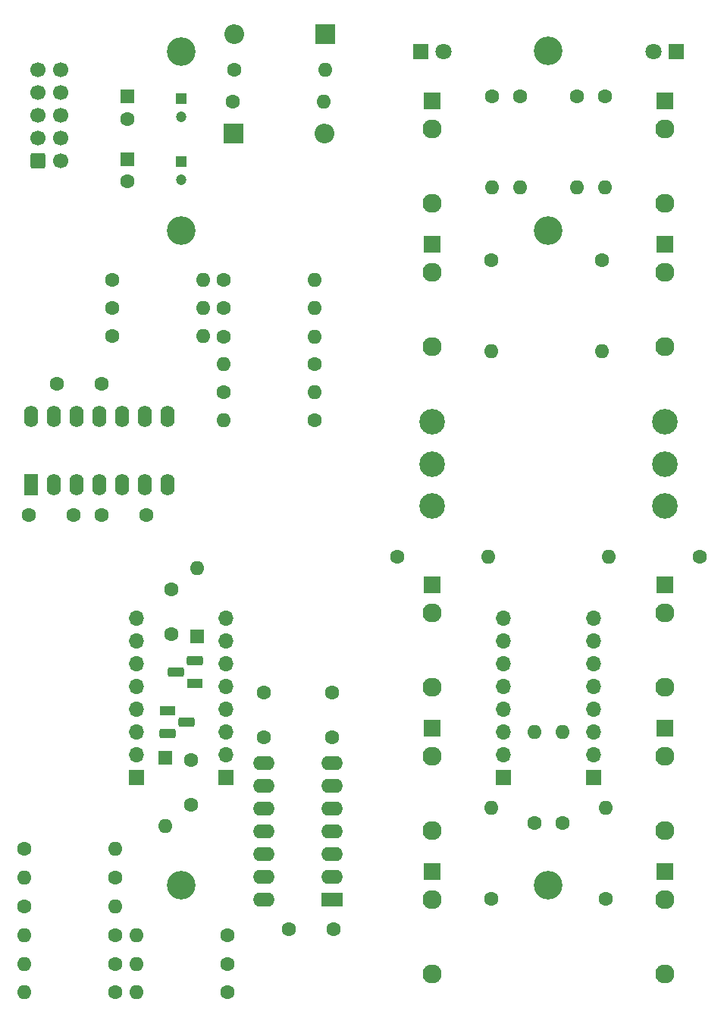
<source format=gbs>
G04 #@! TF.GenerationSoftware,KiCad,Pcbnew,8.0.2-1*
G04 #@! TF.CreationDate,2024-06-17T10:28:58+02:00*
G04 #@! TF.ProjectId,active-mult,61637469-7665-42d6-9d75-6c742e6b6963,rev?*
G04 #@! TF.SameCoordinates,Original*
G04 #@! TF.FileFunction,Soldermask,Bot*
G04 #@! TF.FilePolarity,Negative*
%FSLAX46Y46*%
G04 Gerber Fmt 4.6, Leading zero omitted, Abs format (unit mm)*
G04 Created by KiCad (PCBNEW 8.0.2-1) date 2024-06-17 10:28:58*
%MOMM*%
%LPD*%
G01*
G04 APERTURE LIST*
G04 Aperture macros list*
%AMRoundRect*
0 Rectangle with rounded corners*
0 $1 Rounding radius*
0 $2 $3 $4 $5 $6 $7 $8 $9 X,Y pos of 4 corners*
0 Add a 4 corners polygon primitive as box body*
4,1,4,$2,$3,$4,$5,$6,$7,$8,$9,$2,$3,0*
0 Add four circle primitives for the rounded corners*
1,1,$1+$1,$2,$3*
1,1,$1+$1,$4,$5*
1,1,$1+$1,$6,$7*
1,1,$1+$1,$8,$9*
0 Add four rect primitives between the rounded corners*
20,1,$1+$1,$2,$3,$4,$5,0*
20,1,$1+$1,$4,$5,$6,$7,0*
20,1,$1+$1,$6,$7,$8,$9,0*
20,1,$1+$1,$8,$9,$2,$3,0*%
G04 Aperture macros list end*
%ADD10C,3.200000*%
%ADD11C,2.850000*%
%ADD12C,1.600000*%
%ADD13O,1.600000X1.600000*%
%ADD14R,1.930000X1.830000*%
%ADD15C,2.130000*%
%ADD16R,1.700000X1.700000*%
%ADD17O,1.700000X1.700000*%
%ADD18R,2.200000X2.200000*%
%ADD19O,2.200000X2.200000*%
%ADD20R,1.600000X2.400000*%
%ADD21O,1.600000X2.400000*%
%ADD22R,2.400000X1.600000*%
%ADD23O,2.400000X1.600000*%
%ADD24R,1.600000X1.600000*%
%ADD25R,1.800000X1.800000*%
%ADD26C,1.800000*%
%ADD27R,1.800000X1.100000*%
%ADD28RoundRect,0.275000X0.625000X-0.275000X0.625000X0.275000X-0.625000X0.275000X-0.625000X-0.275000X0*%
%ADD29RoundRect,0.275000X-0.625000X0.275000X-0.625000X-0.275000X0.625000X-0.275000X0.625000X0.275000X0*%
%ADD30R,1.200000X1.200000*%
%ADD31C,1.200000*%
%ADD32RoundRect,0.250000X-0.600000X-0.600000X0.600000X-0.600000X0.600000X0.600000X-0.600000X0.600000X0*%
%ADD33C,1.700000*%
G04 APERTURE END LIST*
D10*
X111000000Y-53900000D03*
X70000000Y-54000000D03*
X111000000Y-74000000D03*
X111000000Y-147000000D03*
X70000000Y-74000000D03*
X70000000Y-147000000D03*
D11*
X98000000Y-104700000D03*
X98000000Y-100000000D03*
X98000000Y-95300000D03*
D12*
X104700000Y-58970000D03*
D13*
X104700000Y-69130000D03*
D14*
X124000000Y-145520000D03*
D15*
X124000000Y-156920000D03*
X124000000Y-148620000D03*
D12*
X74720000Y-85800000D03*
D13*
X84880000Y-85800000D03*
D12*
X114200000Y-58970000D03*
D13*
X114200000Y-69130000D03*
D16*
X75000000Y-135000000D03*
D17*
X75000000Y-132460000D03*
X75000000Y-129920000D03*
X75000000Y-127380000D03*
X75000000Y-124840000D03*
X75000000Y-122300000D03*
X75000000Y-119760000D03*
X75000000Y-117220000D03*
D12*
X56075000Y-91100000D03*
X61075000Y-91100000D03*
X82000000Y-151900000D03*
X87000000Y-151900000D03*
D15*
X98000000Y-62620000D03*
X98000000Y-70920000D03*
D14*
X98000000Y-59520000D03*
D12*
X84880000Y-88900000D03*
D13*
X74720000Y-88900000D03*
D12*
X75920000Y-56000000D03*
D13*
X86080000Y-56000000D03*
D12*
X62630000Y-155800000D03*
D13*
X52470000Y-155800000D03*
D12*
X57925000Y-105700000D03*
X52925000Y-105700000D03*
X52470000Y-149400000D03*
D13*
X62630000Y-149400000D03*
D12*
X75110000Y-152600000D03*
D13*
X64950000Y-152600000D03*
D12*
X104600000Y-77270000D03*
D13*
X104600000Y-87430000D03*
D11*
X124000000Y-104700000D03*
X124000000Y-100000000D03*
X124000000Y-95300000D03*
D12*
X74720000Y-82600000D03*
D13*
X84880000Y-82600000D03*
D14*
X124000000Y-113520000D03*
D15*
X124000000Y-124920000D03*
X124000000Y-116620000D03*
D12*
X75110000Y-159000000D03*
D13*
X64950000Y-159000000D03*
D18*
X86080000Y-52000000D03*
D19*
X75920000Y-52000000D03*
D12*
X79200000Y-125500000D03*
X79200000Y-130500000D03*
X62290000Y-82600000D03*
D13*
X72450000Y-82600000D03*
D12*
X84880000Y-95100000D03*
D13*
X74720000Y-95100000D03*
D12*
X62630000Y-146200000D03*
D13*
X52470000Y-146200000D03*
D12*
X62290000Y-85700000D03*
D13*
X72450000Y-85700000D03*
D12*
X62630000Y-159000000D03*
D13*
X52470000Y-159000000D03*
D12*
X62630000Y-152600000D03*
D13*
X52470000Y-152600000D03*
D12*
X52470000Y-143000000D03*
D13*
X62630000Y-143000000D03*
D12*
X117000000Y-77270000D03*
D13*
X117000000Y-87430000D03*
D12*
X107800000Y-58970000D03*
D13*
X107800000Y-69130000D03*
D20*
X53200000Y-102300000D03*
D21*
X55740000Y-102300000D03*
X58280000Y-102300000D03*
X60820000Y-102300000D03*
X63360000Y-102300000D03*
X65900000Y-102300000D03*
X68440000Y-102300000D03*
X68440000Y-94680000D03*
X65900000Y-94680000D03*
X63360000Y-94680000D03*
X60820000Y-94680000D03*
X58280000Y-94680000D03*
X55740000Y-94680000D03*
X53200000Y-94680000D03*
D12*
X62290000Y-79500000D03*
D13*
X72450000Y-79500000D03*
D14*
X98000000Y-129520000D03*
D15*
X98000000Y-140920000D03*
X98000000Y-132620000D03*
D12*
X71070000Y-138070000D03*
X71070000Y-133070000D03*
D14*
X124000000Y-59520000D03*
D15*
X124000000Y-70920000D03*
X124000000Y-62620000D03*
D22*
X86800000Y-148625000D03*
D23*
X86800000Y-146085000D03*
X86800000Y-143545000D03*
X86800000Y-141005000D03*
X86800000Y-138465000D03*
X86800000Y-135925000D03*
X86800000Y-133385000D03*
X79180000Y-133385000D03*
X79180000Y-135925000D03*
X79180000Y-138465000D03*
X79180000Y-141005000D03*
X79180000Y-143545000D03*
X79180000Y-146085000D03*
X79180000Y-148625000D03*
D18*
X75840000Y-63100000D03*
D19*
X86000000Y-63100000D03*
D24*
X68170000Y-132770000D03*
D13*
X68170000Y-140390000D03*
D14*
X98000000Y-113520000D03*
D15*
X98000000Y-124920000D03*
X98000000Y-116620000D03*
D14*
X124000000Y-129520000D03*
D15*
X124000000Y-140920000D03*
X124000000Y-132620000D03*
D12*
X74720000Y-92000000D03*
D13*
X84880000Y-92000000D03*
D25*
X125270000Y-54000000D03*
D26*
X122730000Y-54000000D03*
D14*
X124000000Y-75520000D03*
D15*
X124000000Y-86920000D03*
X124000000Y-78620000D03*
D12*
X86800000Y-130500000D03*
X86800000Y-125500000D03*
X68870000Y-113970000D03*
X68870000Y-118970000D03*
D27*
X71470000Y-124470000D03*
D28*
X69400000Y-123200000D03*
X71470000Y-121930000D03*
D14*
X98000000Y-75520000D03*
D15*
X98000000Y-86920000D03*
X98000000Y-78620000D03*
D12*
X74720000Y-79500000D03*
D13*
X84880000Y-79500000D03*
D27*
X68470000Y-127570000D03*
D29*
X70540000Y-128840000D03*
X68470000Y-130110000D03*
D12*
X94120000Y-110400000D03*
D13*
X104280000Y-110400000D03*
D12*
X75720000Y-59600000D03*
D13*
X85880000Y-59600000D03*
D24*
X71770000Y-119270000D03*
D13*
X71770000Y-111650000D03*
D14*
X98000000Y-145520000D03*
D15*
X98000000Y-156920000D03*
X98000000Y-148620000D03*
D16*
X65000000Y-135000000D03*
D17*
X65000000Y-132460000D03*
X65000000Y-129920000D03*
X65000000Y-127380000D03*
X65000000Y-124840000D03*
X65000000Y-122300000D03*
X65000000Y-119760000D03*
X65000000Y-117220000D03*
D12*
X127860000Y-110400000D03*
D13*
X117700000Y-110400000D03*
D12*
X61075000Y-105750000D03*
X66075000Y-105750000D03*
X117300000Y-58970000D03*
D13*
X117300000Y-69130000D03*
D12*
X75110000Y-155800000D03*
D13*
X64950000Y-155800000D03*
D25*
X96730000Y-54000000D03*
D26*
X99270000Y-54000000D03*
D30*
X70000000Y-59250000D03*
D31*
X70000000Y-61250000D03*
D32*
X54000000Y-66160000D03*
D33*
X56540000Y-66160000D03*
X54000000Y-63620000D03*
X56540000Y-63620000D03*
X54000000Y-61080000D03*
X56540000Y-61080000D03*
X54000000Y-58540000D03*
X56540000Y-58540000D03*
X54000000Y-56000000D03*
X56540000Y-56000000D03*
D16*
X116000000Y-135000000D03*
D17*
X116000000Y-132460000D03*
X116000000Y-129920000D03*
X116000000Y-127380000D03*
X116000000Y-124840000D03*
X116000000Y-122300000D03*
X116000000Y-119760000D03*
X116000000Y-117220000D03*
D24*
X64000000Y-66000000D03*
D12*
X64000000Y-68500000D03*
D30*
X70000000Y-66250000D03*
D31*
X70000000Y-68250000D03*
D16*
X106000000Y-135030000D03*
D17*
X106000000Y-132490000D03*
X106000000Y-129950000D03*
X106000000Y-127410000D03*
X106000000Y-124870000D03*
X106000000Y-122330000D03*
X106000000Y-119790000D03*
X106000000Y-117250000D03*
D24*
X64000000Y-59000000D03*
D12*
X64000000Y-61500000D03*
D13*
X117400000Y-138370000D03*
D12*
X117400000Y-148530000D03*
D13*
X109400000Y-129900000D03*
D12*
X109400000Y-140060000D03*
D13*
X112600000Y-129920000D03*
D12*
X112600000Y-140080000D03*
D13*
X104600000Y-138370000D03*
D12*
X104600000Y-148530000D03*
M02*

</source>
